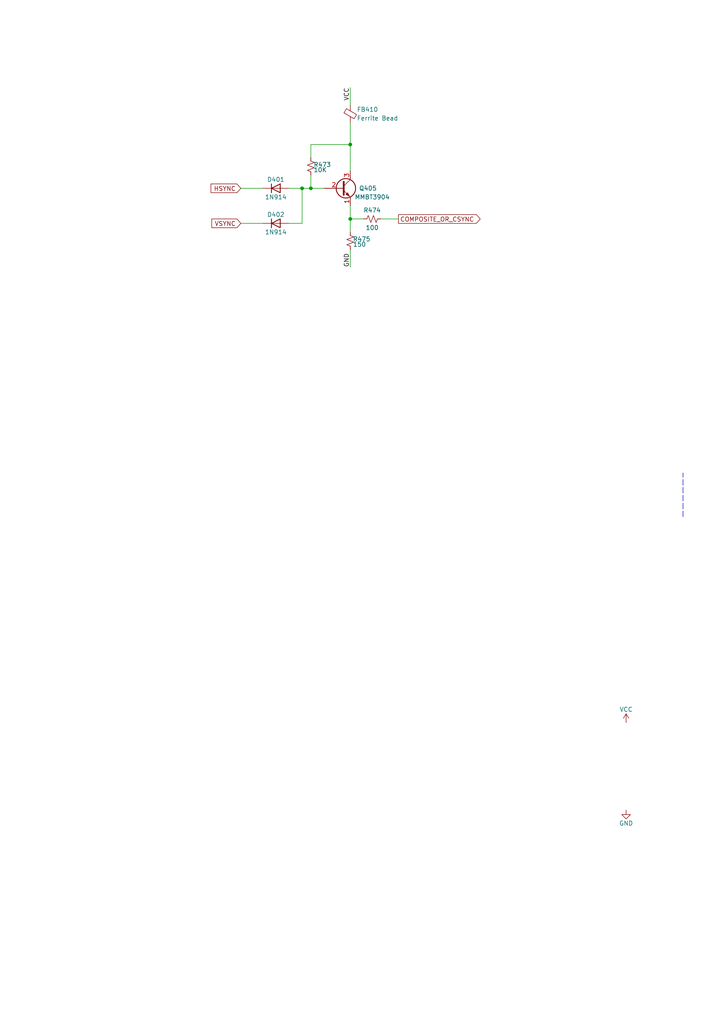
<source format=kicad_sch>
(kicad_sch (version 20211123) (generator eeschema)
  (paper "A4" portrait)
  (title_block (title "ReSTe mignon") (date "2022-07-13") (rev "mk0-0.1") (company "David SPORN") (comment 2 "original repository : https://github.com/sporniket/reste-mignon") (comment 4 "A remake of the Atari STe with some fixes applied and a target size of 25×18cm (B5)"))
  (lib_symbols
    (symbol "Device:D" (pin_numbers hide) (pin_names (offset 1.016) hide)
      (property "Reference" "D" (at 0 2.54 0))
      (property "Value" "D" (at 0 -2.54 0))
      (symbol "D_0_1"
        (polyline (pts (xy -1.27 1.27) (xy -1.27 -1.27)) (stroke (width 0.254)))
        (polyline (pts (xy 1.27 0) (xy -1.27 0)))
        (polyline (pts (xy 1.27 1.27) (xy 1.27 -1.27) (xy -1.27 0) (xy 1.27 1.27)) (stroke (width 0.254)))
      )
      (symbol "D_1_1"
        (pin passive line (at -3.81 0 0) (length 2.54) (name "K") (number "1"))
        (pin passive line (at 3.81 0 180) (length 2.54) (name "A") (number "2"))
      )
    )
    (symbol "Device:Ferrite_Bead_Small" (pin_numbers hide) (pin_names (offset 0))
      (property "Reference" "FB" (at 1.905 1.27 0))
      (property "Value" "Device_Ferrite_Bead_Small" (at 1.905 -1.27 0))
      (symbol "Ferrite_Bead_Small_0_1"
        (polyline (pts (xy 0 -1.27) (xy 0 -0.7874)))
        (polyline (pts (xy 0 0.889) (xy 0 1.2954)))
        (polyline (pts (xy -1.8288 0.2794) (xy -1.1176 1.4986) (xy 1.8288 -0.2032) (xy 1.1176 -1.4224) (xy -1.8288 0.2794)))
      )
      (symbol "Ferrite_Bead_Small_1_1"
        (pin passive line (at 0 2.54 270) (length 1.27) (name "~") (number "1"))
        (pin passive line (at 0 -2.54 90) (length 1.27) (name "~") (number "2"))
      )
    )
    (symbol "Device:R_Small_US" (pin_numbers hide) (pin_names (offset 0.254) hide)
      (property "Reference" "R" (at 0.762 0.508 0))
      (property "Value" "R_Small_US" (at 0.762 -1.016 0))
      (symbol "R_Small_US_1_1"
        (polyline (pts (xy 0 0) (xy 1.016 -0.381) (xy 0 -0.762) (xy -1.016 -1.143) (xy 0 -1.524)))
        (polyline (pts (xy 0 1.524) (xy 1.016 1.143) (xy 0 0.762) (xy -1.016 0.381) (xy 0 0)))
        (pin passive line (at 0 2.54 270) (length 1.016) (name "~") (number "1"))
        (pin passive line (at 0 -2.54 90) (length 1.016) (name "~") (number "2"))
      )
    )
    (symbol "Transistor_BJT:2N3904" (pin_names (offset 0) hide)
      (property "Reference" "Q" (at 5.08 1.905 0))
      (property "Value" "2N3904" (at 5.08 0 0))
      (symbol "2N3904_0_1"
        (polyline (pts (xy 0.635 0.635) (xy 2.54 2.54)))
        (polyline (pts (xy 0.635 -0.635) (xy 2.54 -2.54) (xy 2.54 -2.54)))
        (polyline (pts (xy 0.635 1.905) (xy 0.635 -1.905) (xy 0.635 -1.905)) (stroke (width 0.508)))
        (polyline (pts (xy 1.27 -1.778) (xy 1.778 -1.27) (xy 2.286 -2.286) (xy 1.27 -1.778) (xy 1.27 -1.778)) (fill (type outline)))
        (circle (center 1.27 0) (radius 2.8194) (stroke (width 0.254)))
      )
      (symbol "2N3904_1_1"
        (pin passive line (at 2.54 -5.08 90) (length 2.54) (name "E") (number "1"))
        (pin passive line (at -5.08 0 0) (length 5.715) (name "B") (number "2"))
        (pin passive line (at 2.54 5.08 270) (length 2.54) (name "C") (number "3"))
      )
    )
    (symbol "power:GND" (power) (pin_names (offset 0))
      (property "Value" "GND" (at 0 -3.81 0))
      (symbol "GND_0_1"
        (polyline (pts (xy 0 0) (xy 0 -1.27) (xy 1.27 -1.27) (xy 0 -2.54) (xy -1.27 -1.27) (xy 0 -1.27)))
      )
      (symbol "GND_1_1"
        (pin power_in line (at 0 0 270) (length 0) hide (name "GND") (number "1"))
      )
    )
    (symbol "power:VCC" (power) (pin_names (offset 0))
      (property "Value" "VCC" (at 0 3.81 0))
      (symbol "VCC_0_1"
        (polyline (pts (xy -0.762 1.27) (xy 0 2.54)))
        (polyline (pts (xy 0 0) (xy 0 2.54)))
        (polyline (pts (xy 0 2.54) (xy 0.762 1.27)))
      )
      (symbol "VCC_1_1"
        (pin power_in line (at 0 0 90) (length 0) hide (name "VCC") (number "1"))
      )
    )
  )
  (junction (at 90.17 54.61))
  (junction (at 101.6 63.5))
  (junction (at 101.6 41.91))
  (junction (at 87.63 54.61))
  (wire (pts (xy 83.82 64.77) (xy 87.63 64.77)))
  (wire (pts (xy 90.17 50.8) (xy 90.17 54.61)))
  (wire (pts (xy 101.6 72.39) (xy 101.6 77.47)))
  (wire (pts (xy 101.6 63.5) (xy 101.6 67.31)))
  (wire (pts (xy 90.17 41.91) (xy 90.17 45.72)))
  (wire (pts (xy 83.82 54.61) (xy 87.63 54.61)))
  (wire (pts (xy 87.63 54.61) (xy 90.17 54.61)))
  (wire (pts (xy 110.49 63.5) (xy 115.57 63.5)))
  (wire (pts (xy 101.6 30.48) (xy 101.6 25.4)))
  (wire (pts (xy 101.6 41.91) (xy 101.6 35.56)))
  (wire (pts (xy 69.85 64.77) (xy 76.2 64.77)))
  (wire (pts (xy 101.6 41.91) (xy 90.17 41.91)))
  (wire (pts (xy 90.17 54.61) (xy 93.98 54.61)))
  (wire (pts (xy 101.6 63.5) (xy 105.41 63.5)))
  (wire (pts (xy 101.6 59.69) (xy 101.6 63.5)))
  (wire (pts (xy 69.85 54.61) (xy 76.2 54.61)))
  (wire (pts (xy 101.6 41.91) (xy 101.6 49.53)))
  (polyline (pts (xy 198.12 149.86) (xy 198.12 137.16)))
  (wire (pts (xy 87.63 64.77) (xy 87.63 54.61)))
  (label "GND" (at 101.6 77.47 90))
  (label "VCC" (at 101.6 25.4 270))
  (global_label "COMPOSITE_OR_CSYNC" (shape output) (at 115.57 63.5 0) (property "Intersheet References" "${INTERSHEET_REFS}" (effects hide)))
  (global_label "VSYNC" (shape input) (at 69.85 64.77 180) (property "Intersheet References" "${INTERSHEET_REFS}" (effects hide)))
  (global_label "HSYNC" (shape input) (at 69.85 54.61 180) (property "Intersheet References" "${INTERSHEET_REFS}" (effects hide)))
  (symbol (lib_id "Device:Ferrite_Bead_Small") (at 101.6 33.02 0) (unit 1)
    (property "Reference" "FB410" (at 103.505 31.75 0) (effects (justify left)))
    (property "Value" "Ferrite Bead" (at 103.505 34.29 0) (effects (justify left)))
    (property "Footprint" "Inductor_SMD:L_1206_3216Metric_Pad1.22x1.90mm_HandSolder" (effects hide))
  )
  (symbol (lib_id "Transistor_BJT:2N3904") (at 99.06 54.61 0) (unit 1)
    (property "Reference" "Q405" (at 104.14 54.61 0) (effects (justify left)))
    (property "Value" "MMBT3904" (at 102.87 57.15 0) (effects (justify left)))
    (property "Footprint" "Package_TO_SOT_SMD:SOT-23" (effects hide))
    (property "Datasheet" "https://www.onsemi.com/pub/Collateral/2N3903-D.PDF" (effects hide))
  )
  (symbol (lib_id "Device:R_Small_US") (at 90.17 48.26 0) (unit 1)
    (property "Reference" "R473" (at 90.932 47.752 0) (effects (justify left)))
    (property "Value" "10K" (at 90.932 49.276 0) (effects (justify left)))
    (property "Footprint" "Resistor_SMD:R_1206_3216Metric_Pad1.30x1.75mm_HandSolder" (effects hide))
  )
  (symbol (lib_id "Device:R_Small_US") (at 101.6 69.85 0) (unit 1)
    (property "Reference" "R475" (at 102.362 69.342 0) (effects (justify left)))
    (property "Value" "150" (at 102.362 70.866 0) (effects (justify left)))
    (property "Footprint" "Resistor_SMD:R_1206_3216Metric_Pad1.30x1.75mm_HandSolder" (effects hide))
  )
  (symbol (lib_id "Device:R_Small_US") (at 107.95 63.5 270) (unit 1)
    (property "Reference" "R474" (at 107.95 60.96 90))
    (property "Value" "100" (at 107.95 66.04 90))
    (property "Footprint" "Resistor_SMD:R_1206_3216Metric_Pad1.30x1.75mm_HandSolder" (effects hide))
  )
  (symbol (lib_id "Device:D") (at 80.01 54.61 0) (unit 1)
    (property "Reference" "D401" (at 80.01 52.07 0))
    (property "Value" "1N914" (at 80.01 57.15 0))
    (property "Footprint" "Diode_SMD:D_SOD-123F" (effects hide))
  )
  (symbol (lib_id "Device:D") (at 80.01 64.77 0) (unit 1)
    (property "Reference" "D402" (at 80.01 62.23 0))
    (property "Value" "1N914" (at 80.01 67.31 0))
    (property "Footprint" "Diode_SMD:D_SOD-123F" (effects hide))
  )
  (symbol (lib_id "power:GND") (at 181.61 234.95 0) (unit 1)
    (property "Reference" "#PWR?" (effects hide))
    (property "Value" "GND" (at 181.61 238.76 0))
  )
  (symbol (lib_id "power:VCC") (at 181.61 209.55 0) (unit 1)
    (property "Reference" "#PWR?" (effects hide))
    (property "Value" "VCC" (at 181.61 205.74 0))
  )
)
</source>
